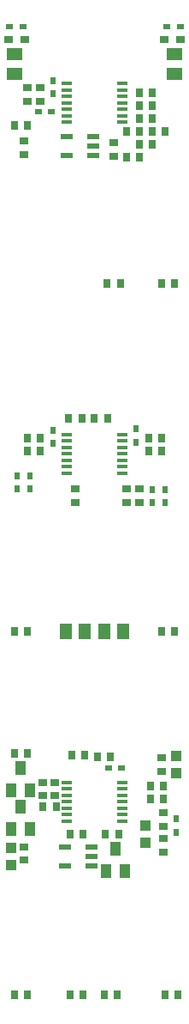
<source format=gbr>
%TF.GenerationSoftware,KiCad,Pcbnew,7.0.5-0*%
%TF.CreationDate,2023-09-10T13:34:50+02:00*%
%TF.ProjectId,kinks,6b696e6b-732e-46b6-9963-61645f706362,rev?*%
%TF.SameCoordinates,Original*%
%TF.FileFunction,Paste,Top*%
%TF.FilePolarity,Positive*%
%FSLAX46Y46*%
G04 Gerber Fmt 4.6, Leading zero omitted, Abs format (unit mm)*
G04 Created by KiCad (PCBNEW 7.0.5-0) date 2023-09-10 13:34:50*
%MOMM*%
%LPD*%
G01*
G04 APERTURE LIST*
%ADD10R,0.500000X0.700000*%
%ADD11R,0.700000X0.500000*%
%ADD12R,0.700000X0.900000*%
%ADD13R,1.200000X0.600000*%
%ADD14R,0.900000X0.700000*%
%ADD15R,0.990600X0.304800*%
%ADD16R,0.850000X0.700000*%
%ADD17R,1.000000X1.100000*%
%ADD18R,1.500000X1.300000*%
%ADD19R,1.300000X1.500000*%
%ADD20R,1.000000X1.400000*%
G04 APERTURE END LIST*
D10*
%TO.C,D3*%
X144383600Y-58634150D03*
X144383600Y-57334150D03*
%TD*%
%TO.C,D6*%
X152638600Y-91682950D03*
X152638600Y-92982950D03*
%TD*%
%TO.C,D5*%
X144383600Y-93083050D03*
X144383600Y-91783050D03*
%TD*%
%TO.C,D10*%
X155496100Y-98956750D03*
X155496100Y-97656750D03*
%TD*%
%TO.C,D9*%
X154226100Y-98956750D03*
X154226100Y-97656750D03*
%TD*%
D11*
%TO.C,D1*%
X141432900Y-52060350D03*
X140132900Y-52060350D03*
%TD*%
%TO.C,D2*%
X156989800Y-52060450D03*
X155689800Y-52060450D03*
%TD*%
D10*
%TO.C,D12*%
X156607500Y-130100750D03*
X156607500Y-131400750D03*
%TD*%
%TO.C,D7*%
X140891100Y-96286750D03*
X140891100Y-97586750D03*
%TD*%
D11*
%TO.C,D4*%
X142969200Y-60395050D03*
X144269200Y-60395050D03*
%TD*%
D10*
%TO.C,D8*%
X142161100Y-96286750D03*
X142161100Y-97586750D03*
%TD*%
D11*
%TO.C,D11*%
X149874800Y-125085250D03*
X151174800Y-125085250D03*
%TD*%
D12*
%TO.C,R7*%
X151671100Y-62379250D03*
X152971100Y-62379250D03*
%TD*%
%TO.C,R17*%
X143128600Y-93811750D03*
X141828600Y-93811750D03*
%TD*%
%TO.C,R34*%
X141858600Y-147469250D03*
X140558600Y-147469250D03*
%TD*%
D13*
%TO.C,IC5*%
X148229500Y-134766750D03*
X148229500Y-133816750D03*
X148229500Y-132866750D03*
X145617500Y-132866750D03*
X145617500Y-134766750D03*
%TD*%
D14*
%TO.C,R27*%
X144542300Y-126499150D03*
X144542300Y-127799150D03*
%TD*%
D12*
%TO.C,R23*%
X156463600Y-111591750D03*
X155163600Y-111591750D03*
%TD*%
%TO.C,R36*%
X156781100Y-147469250D03*
X155481100Y-147469250D03*
%TD*%
D15*
%TO.C,IC4*%
X145793300Y-126514350D03*
X145793300Y-127149350D03*
X145793300Y-127784350D03*
X145793300Y-128419350D03*
X145793300Y-129054350D03*
X145793300Y-129689350D03*
X145793300Y-130324350D03*
X151228900Y-130324350D03*
X151228900Y-129689350D03*
X151228900Y-129054350D03*
X151228900Y-128419350D03*
X151228900Y-127784350D03*
X151228900Y-127149350D03*
X151228900Y-126514350D03*
%TD*%
D12*
%TO.C,C7*%
X147573600Y-123815450D03*
X146273600Y-123815450D03*
%TD*%
D14*
%TO.C,R10*%
X141526100Y-63316750D03*
X141526100Y-64616750D03*
%TD*%
D16*
%TO.C,L2*%
X141632100Y-53330550D03*
X140032100Y-53330550D03*
%TD*%
D14*
%TO.C,R33*%
X141526100Y-134149250D03*
X141526100Y-132849250D03*
%TD*%
D12*
%TO.C,R12*%
X152971100Y-64919250D03*
X151671100Y-64919250D03*
%TD*%
%TO.C,R22*%
X140558600Y-111591750D03*
X141858600Y-111591750D03*
%TD*%
D17*
%TO.C,C11*%
X153591100Y-130744250D03*
X153591100Y-132444250D03*
%TD*%
D15*
%TO.C,IC1*%
X145793300Y-57616750D03*
X145793300Y-58251750D03*
X145793300Y-58886750D03*
X145793300Y-59521750D03*
X145793300Y-60156750D03*
X145793300Y-60791750D03*
X145793300Y-61426750D03*
X151228900Y-61426750D03*
X151228900Y-60791750D03*
X151228900Y-60156750D03*
X151228900Y-59521750D03*
X151228900Y-58886750D03*
X151228900Y-58251750D03*
X151228900Y-57616750D03*
%TD*%
D14*
%TO.C,C10*%
X143431300Y-126499050D03*
X143431300Y-127799050D03*
%TD*%
D18*
%TO.C,C2*%
X140573400Y-54762050D03*
X140573400Y-56662050D03*
%TD*%
D14*
%TO.C,R19*%
X146606100Y-98906750D03*
X146606100Y-97606750D03*
%TD*%
D12*
%TO.C,R4*%
X152941100Y-59839250D03*
X154241100Y-59839250D03*
%TD*%
D19*
%TO.C,C5*%
X151366200Y-111591550D03*
X149466200Y-111591550D03*
%TD*%
D12*
%TO.C,R29*%
X144716100Y-128895550D03*
X143416100Y-128895550D03*
%TD*%
%TO.C,C8*%
X150113600Y-123974250D03*
X148813600Y-123974250D03*
%TD*%
%TO.C,R28*%
X155352400Y-128101850D03*
X154052400Y-128101850D03*
%TD*%
D13*
%TO.C,IC2*%
X148388300Y-64758050D03*
X148388300Y-63808050D03*
X148388300Y-62858050D03*
X145776300Y-62858050D03*
X145776300Y-64758050D03*
%TD*%
D14*
%TO.C,R25*%
X155178700Y-125417950D03*
X155178700Y-124117950D03*
%TD*%
D12*
%TO.C,C4*%
X149796200Y-90636750D03*
X148496200Y-90636750D03*
%TD*%
D14*
%TO.C,R21*%
X152956100Y-97606750D03*
X152956100Y-98906750D03*
%TD*%
D12*
%TO.C,R35*%
X150748600Y-147469250D03*
X149448600Y-147469250D03*
%TD*%
%TO.C,R5*%
X152941100Y-61109250D03*
X154241100Y-61109250D03*
%TD*%
D20*
%TO.C,Q3*%
X149624700Y-135234150D03*
X151524700Y-135234150D03*
X150574700Y-133034150D03*
%TD*%
D12*
%TO.C,R26*%
X155352300Y-126831850D03*
X154052300Y-126831850D03*
%TD*%
%TO.C,R37*%
X146114900Y-147469350D03*
X147414900Y-147469350D03*
%TD*%
D14*
%TO.C,C12*%
X155337400Y-133355450D03*
X155337400Y-132055450D03*
%TD*%
%TO.C,R2*%
X141843600Y-58077950D03*
X141843600Y-59377950D03*
%TD*%
D12*
%TO.C,R31*%
X146114900Y-131594150D03*
X147414900Y-131594150D03*
%TD*%
%TO.C,R15*%
X143128600Y-92541750D03*
X141828600Y-92541750D03*
%TD*%
%TO.C,R24*%
X140558600Y-123656850D03*
X141858600Y-123656850D03*
%TD*%
%TO.C,R32*%
X150907200Y-131594150D03*
X149607200Y-131594150D03*
%TD*%
%TO.C,R9*%
X152941100Y-63649250D03*
X154241100Y-63649250D03*
%TD*%
%TO.C,R14*%
X155163600Y-77301750D03*
X156463600Y-77301750D03*
%TD*%
%TO.C,R6*%
X141858600Y-61744250D03*
X140558600Y-61744250D03*
%TD*%
D16*
%TO.C,L1*%
X155389800Y-53330450D03*
X156989800Y-53330450D03*
%TD*%
D14*
%TO.C,R11*%
X150416100Y-64775450D03*
X150416100Y-63475450D03*
%TD*%
D17*
%TO.C,C9*%
X156607300Y-123917950D03*
X156607300Y-125617950D03*
%TD*%
D12*
%TO.C,R13*%
X151066100Y-77301750D03*
X149766100Y-77301750D03*
%TD*%
%TO.C,C3*%
X147256100Y-90636750D03*
X145956100Y-90636750D03*
%TD*%
D20*
%TO.C,Q1*%
X140258600Y-127296750D03*
X141208600Y-125096750D03*
X142158600Y-127296750D03*
%TD*%
D17*
%TO.C,C13*%
X140256300Y-132966750D03*
X140256300Y-134666750D03*
%TD*%
D14*
%TO.C,R30*%
X155337400Y-130815450D03*
X155337400Y-129515450D03*
%TD*%
D15*
%TO.C,IC3*%
X145793300Y-92224250D03*
X145793300Y-92859250D03*
X145793300Y-93494250D03*
X145793300Y-94129250D03*
X145793300Y-94764250D03*
X145793300Y-95399250D03*
X145793300Y-96034250D03*
X151228900Y-96034250D03*
X151228900Y-95399250D03*
X151228900Y-94764250D03*
X151228900Y-94129250D03*
X151228900Y-93494250D03*
X151228900Y-92859250D03*
X151228900Y-92224250D03*
%TD*%
D12*
%TO.C,R18*%
X153893600Y-93811750D03*
X155193600Y-93811750D03*
%TD*%
%TO.C,R8*%
X154211100Y-62379250D03*
X155511100Y-62379250D03*
%TD*%
D20*
%TO.C,Q2*%
X140258700Y-131106650D03*
X141208700Y-128906650D03*
X142158700Y-131106650D03*
%TD*%
D14*
%TO.C,R3*%
X143113600Y-59377950D03*
X143113600Y-58077950D03*
%TD*%
D19*
%TO.C,C6*%
X147556100Y-111591650D03*
X145656100Y-111591650D03*
%TD*%
D12*
%TO.C,R1*%
X154241100Y-58569250D03*
X152941100Y-58569250D03*
%TD*%
%TO.C,R16*%
X153893600Y-92541750D03*
X155193600Y-92541750D03*
%TD*%
D18*
%TO.C,C1*%
X156448600Y-56661650D03*
X156448600Y-54761650D03*
%TD*%
D14*
%TO.C,R20*%
X151686100Y-97606750D03*
X151686100Y-98906750D03*
%TD*%
M02*

</source>
